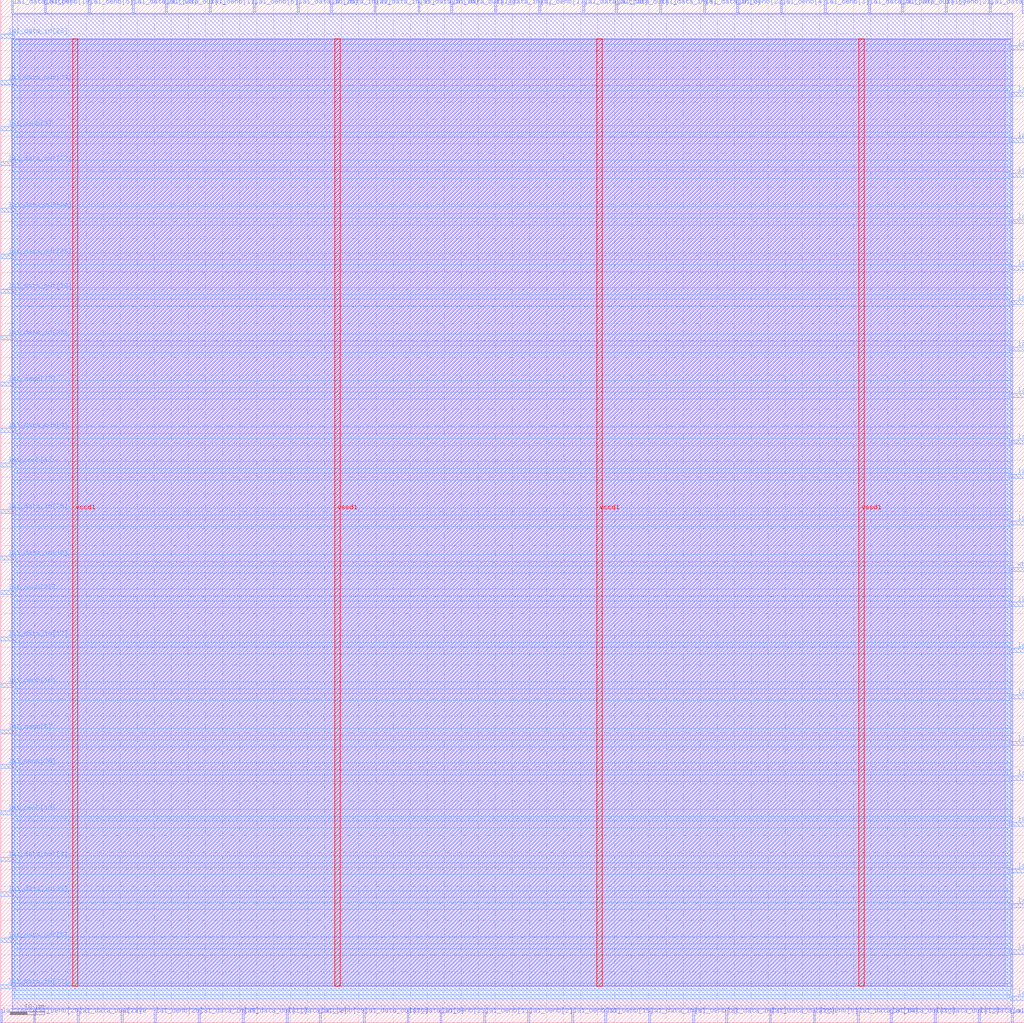
<source format=lef>
VERSION 5.7 ;
  NOWIREEXTENSIONATPIN ON ;
  DIVIDERCHAR "/" ;
  BUSBITCHARS "[]" ;
MACRO wrapped_scan_test
  CLASS BLOCK ;
  FOREIGN wrapped_scan_test ;
  ORIGIN 0.000 0.000 ;
  SIZE 300.000 BY 300.000 ;
  PIN active
    DIRECTION INPUT ;
    USE SIGNAL ;
    PORT
      LAYER met2 ;
        RECT 35.370 0.000 35.930 4.000 ;
    END
  END active
  PIN la1_data_in[0]
    DIRECTION INPUT ;
    USE SIGNAL ;
    PORT
      LAYER met2 ;
        RECT 206.030 296.000 206.590 300.000 ;
    END
  END la1_data_in[0]
  PIN la1_data_in[10]
    DIRECTION INPUT ;
    USE SIGNAL ;
    PORT
      LAYER met3 ;
        RECT 0.000 135.740 4.000 136.940 ;
    END
  END la1_data_in[10]
  PIN la1_data_in[11]
    DIRECTION INPUT ;
    USE SIGNAL ;
    PORT
      LAYER met2 ;
        RECT 289.750 296.000 290.310 300.000 ;
    END
  END la1_data_in[11]
  PIN la1_data_in[12]
    DIRECTION INPUT ;
    USE SIGNAL ;
    PORT
      LAYER met3 ;
        RECT 296.000 247.940 300.000 249.140 ;
    END
  END la1_data_in[12]
  PIN la1_data_in[13]
    DIRECTION INPUT ;
    USE SIGNAL ;
    PORT
      LAYER met3 ;
        RECT 296.000 183.340 300.000 184.540 ;
    END
  END la1_data_in[13]
  PIN la1_data_in[14]
    DIRECTION INPUT ;
    USE SIGNAL ;
    PORT
      LAYER met2 ;
        RECT 251.110 0.000 251.670 4.000 ;
    END
  END la1_data_in[14]
  PIN la1_data_in[15]
    DIRECTION INPUT ;
    USE SIGNAL ;
    PORT
      LAYER met2 ;
        RECT 109.430 296.000 109.990 300.000 ;
    END
  END la1_data_in[15]
  PIN la1_data_in[16]
    DIRECTION INPUT ;
    USE SIGNAL ;
    PORT
      LAYER met2 ;
        RECT 122.310 296.000 122.870 300.000 ;
    END
  END la1_data_in[16]
  PIN la1_data_in[17]
    DIRECTION INPUT ;
    USE SIGNAL ;
    PORT
      LAYER met3 ;
        RECT 0.000 111.940 4.000 113.140 ;
    END
  END la1_data_in[17]
  PIN la1_data_in[18]
    DIRECTION INPUT ;
    USE SIGNAL ;
    PORT
      LAYER met3 ;
        RECT 296.000 285.340 300.000 286.540 ;
    END
  END la1_data_in[18]
  PIN la1_data_in[19]
    DIRECTION INPUT ;
    USE SIGNAL ;
    PORT
      LAYER met3 ;
        RECT 296.000 71.140 300.000 72.340 ;
    END
  END la1_data_in[19]
  PIN la1_data_in[1]
    DIRECTION INPUT ;
    USE SIGNAL ;
    PORT
      LAYER met3 ;
        RECT 296.000 234.340 300.000 235.540 ;
    END
  END la1_data_in[1]
  PIN la1_data_in[20]
    DIRECTION INPUT ;
    USE SIGNAL ;
    PORT
      LAYER met2 ;
        RECT 96.550 296.000 97.110 300.000 ;
    END
  END la1_data_in[20]
  PIN la1_data_in[21]
    DIRECTION INPUT ;
    USE SIGNAL ;
    PORT
      LAYER met2 ;
        RECT 212.470 0.000 213.030 4.000 ;
    END
  END la1_data_in[21]
  PIN la1_data_in[22]
    DIRECTION INPUT ;
    USE SIGNAL ;
    PORT
      LAYER met3 ;
        RECT 0.000 9.940 4.000 11.140 ;
    END
  END la1_data_in[22]
  PIN la1_data_in[23]
    DIRECTION INPUT ;
    USE SIGNAL ;
    PORT
      LAYER met3 ;
        RECT 0.000 288.740 4.000 289.940 ;
    END
  END la1_data_in[23]
  PIN la1_data_in[24]
    DIRECTION INPUT ;
    USE SIGNAL ;
    PORT
      LAYER met3 ;
        RECT 296.000 271.740 300.000 272.940 ;
    END
  END la1_data_in[24]
  PIN la1_data_in[25]
    DIRECTION INPUT ;
    USE SIGNAL ;
    PORT
      LAYER met2 ;
        RECT 86.890 296.000 87.450 300.000 ;
    END
  END la1_data_in[25]
  PIN la1_data_in[26]
    DIRECTION INPUT ;
    USE SIGNAL ;
    PORT
      LAYER met3 ;
        RECT 0.000 149.340 4.000 150.540 ;
    END
  END la1_data_in[26]
  PIN la1_data_in[27]
    DIRECTION INPUT ;
    USE SIGNAL ;
    PORT
      LAYER met3 ;
        RECT 0.000 200.340 4.000 201.540 ;
    END
  END la1_data_in[27]
  PIN la1_data_in[28]
    DIRECTION INPUT ;
    USE SIGNAL ;
    PORT
      LAYER met3 ;
        RECT 296.000 108.540 300.000 109.740 ;
    END
  END la1_data_in[28]
  PIN la1_data_in[29]
    DIRECTION INPUT ;
    USE SIGNAL ;
    PORT
      LAYER met2 ;
        RECT 57.910 0.000 58.470 4.000 ;
    END
  END la1_data_in[29]
  PIN la1_data_in[2]
    DIRECTION INPUT ;
    USE SIGNAL ;
    PORT
      LAYER met3 ;
        RECT 296.000 159.540 300.000 160.740 ;
    END
  END la1_data_in[2]
  PIN la1_data_in[30]
    DIRECTION INPUT ;
    USE SIGNAL ;
    PORT
      LAYER met3 ;
        RECT 296.000 81.340 300.000 82.540 ;
    END
  END la1_data_in[30]
  PIN la1_data_in[31]
    DIRECTION INPUT ;
    USE SIGNAL ;
    PORT
      LAYER met3 ;
        RECT 0.000 37.140 4.000 38.340 ;
    END
  END la1_data_in[31]
  PIN la1_data_in[3]
    DIRECTION INPUT ;
    USE SIGNAL ;
    PORT
      LAYER met2 ;
        RECT 119.090 0.000 119.650 4.000 ;
    END
  END la1_data_in[3]
  PIN la1_data_in[4]
    DIRECTION INPUT ;
    USE SIGNAL ;
    PORT
      LAYER met3 ;
        RECT 296.000 220.740 300.000 221.940 ;
    END
  END la1_data_in[4]
  PIN la1_data_in[5]
    DIRECTION INPUT ;
    USE SIGNAL ;
    PORT
      LAYER met2 ;
        RECT 189.930 0.000 190.490 4.000 ;
    END
  END la1_data_in[5]
  PIN la1_data_in[6]
    DIRECTION INPUT ;
    USE SIGNAL ;
    PORT
      LAYER met3 ;
        RECT 296.000 33.740 300.000 34.940 ;
    END
  END la1_data_in[6]
  PIN la1_data_in[7]
    DIRECTION INPUT ;
    USE SIGNAL ;
    PORT
      LAYER met3 ;
        RECT 296.000 258.140 300.000 259.340 ;
    END
  END la1_data_in[7]
  PIN la1_data_in[8]
    DIRECTION INPUT ;
    USE SIGNAL ;
    PORT
      LAYER met2 ;
        RECT 193.150 296.000 193.710 300.000 ;
    END
  END la1_data_in[8]
  PIN la1_data_in[9]
    DIRECTION INPUT ;
    USE SIGNAL ;
    PORT
      LAYER met2 ;
        RECT 144.850 296.000 145.410 300.000 ;
    END
  END la1_data_in[9]
  PIN la1_data_out[0]
    DIRECTION INOUT ;
    USE SIGNAL ;
    PORT
      LAYER met2 ;
        RECT 3.170 296.000 3.730 300.000 ;
    END
  END la1_data_out[0]
  PIN la1_data_out[10]
    DIRECTION INOUT ;
    USE SIGNAL ;
    PORT
      LAYER met2 ;
        RECT 254.330 296.000 254.890 300.000 ;
    END
  END la1_data_out[10]
  PIN la1_data_out[11]
    DIRECTION INOUT ;
    USE SIGNAL ;
    PORT
      LAYER met2 ;
        RECT 70.790 0.000 71.350 4.000 ;
    END
  END la1_data_out[11]
  PIN la1_data_out[12]
    DIRECTION INOUT ;
    USE SIGNAL ;
    PORT
      LAYER met2 ;
        RECT 296.190 0.000 296.750 4.000 ;
    END
  END la1_data_out[12]
  PIN la1_data_out[13]
    DIRECTION INOUT ;
    USE SIGNAL ;
    PORT
      LAYER met2 ;
        RECT 273.650 0.000 274.210 4.000 ;
    END
  END la1_data_out[13]
  PIN la1_data_out[14]
    DIRECTION INOUT ;
    USE SIGNAL ;
    PORT
      LAYER met2 ;
        RECT 131.970 296.000 132.530 300.000 ;
    END
  END la1_data_out[14]
  PIN la1_data_out[15]
    DIRECTION INOUT ;
    USE SIGNAL ;
    PORT
      LAYER met2 ;
        RECT 170.610 296.000 171.170 300.000 ;
    END
  END la1_data_out[15]
  PIN la1_data_out[16]
    DIRECTION INOUT ;
    USE SIGNAL ;
    PORT
      LAYER met2 ;
        RECT 263.990 296.000 264.550 300.000 ;
    END
  END la1_data_out[16]
  PIN la1_data_out[17]
    DIRECTION INOUT ;
    USE SIGNAL ;
    PORT
      LAYER met2 ;
        RECT 286.530 0.000 287.090 4.000 ;
    END
  END la1_data_out[17]
  PIN la1_data_out[18]
    DIRECTION INOUT ;
    USE SIGNAL ;
    PORT
      LAYER met3 ;
        RECT 296.000 210.540 300.000 211.740 ;
    END
  END la1_data_out[18]
  PIN la1_data_out[19]
    DIRECTION INOUT ;
    USE SIGNAL ;
    PORT
      LAYER met3 ;
        RECT 0.000 213.940 4.000 215.140 ;
    END
  END la1_data_out[19]
  PIN la1_data_out[1]
    DIRECTION INOUT ;
    USE SIGNAL ;
    PORT
      LAYER met2 ;
        RECT 180.270 296.000 180.830 300.000 ;
    END
  END la1_data_out[1]
  PIN la1_data_out[20]
    DIRECTION INOUT ;
    USE SIGNAL ;
    PORT
      LAYER met2 ;
        RECT 106.210 0.000 106.770 4.000 ;
    END
  END la1_data_out[20]
  PIN la1_data_out[21]
    DIRECTION INOUT ;
    USE SIGNAL ;
    PORT
      LAYER met3 ;
        RECT 296.000 43.940 300.000 45.140 ;
    END
  END la1_data_out[21]
  PIN la1_data_out[22]
    DIRECTION INOUT ;
    USE SIGNAL ;
    PORT
      LAYER met3 ;
        RECT 296.000 145.940 300.000 147.140 ;
    END
  END la1_data_out[22]
  PIN la1_data_out[23]
    DIRECTION INOUT ;
    USE SIGNAL ;
    PORT
      LAYER met3 ;
        RECT 0.000 275.140 4.000 276.340 ;
    END
  END la1_data_out[23]
  PIN la1_data_out[24]
    DIRECTION INOUT ;
    USE SIGNAL ;
    PORT
      LAYER met3 ;
        RECT 0.000 237.740 4.000 238.940 ;
    END
  END la1_data_out[24]
  PIN la1_data_out[25]
    DIRECTION INOUT ;
    USE SIGNAL ;
    PORT
      LAYER met3 ;
        RECT 0.000 224.140 4.000 225.340 ;
    END
  END la1_data_out[25]
  PIN la1_data_out[26]
    DIRECTION INOUT ;
    USE SIGNAL ;
    PORT
      LAYER met2 ;
        RECT 225.350 0.000 225.910 4.000 ;
    END
  END la1_data_out[26]
  PIN la1_data_out[27]
    DIRECTION INOUT ;
    USE SIGNAL ;
    PORT
      LAYER met3 ;
        RECT 0.000 251.340 4.000 252.540 ;
    END
  END la1_data_out[27]
  PIN la1_data_out[28]
    DIRECTION INOUT ;
    USE SIGNAL ;
    PORT
      LAYER met2 ;
        RECT 38.590 296.000 39.150 300.000 ;
    END
  END la1_data_out[28]
  PIN la1_data_out[29]
    DIRECTION INOUT ;
    USE SIGNAL ;
    PORT
      LAYER met2 ;
        RECT 22.490 0.000 23.050 4.000 ;
    END
  END la1_data_out[29]
  PIN la1_data_out[2]
    DIRECTION INOUT ;
    USE SIGNAL ;
    PORT
      LAYER met2 ;
        RECT 83.670 0.000 84.230 4.000 ;
    END
  END la1_data_out[2]
  PIN la1_data_out[30]
    DIRECTION INOUT ;
    USE SIGNAL ;
    PORT
      LAYER met2 ;
        RECT 260.770 0.000 261.330 4.000 ;
    END
  END la1_data_out[30]
  PIN la1_data_out[31]
    DIRECTION INOUT ;
    USE SIGNAL ;
    PORT
      LAYER met3 ;
        RECT 296.000 122.140 300.000 123.340 ;
    END
  END la1_data_out[31]
  PIN la1_data_out[3]
    DIRECTION INOUT ;
    USE SIGNAL ;
    PORT
      LAYER met3 ;
        RECT 296.000 57.540 300.000 58.740 ;
    END
  END la1_data_out[3]
  PIN la1_data_out[4]
    DIRECTION INOUT ;
    USE SIGNAL ;
    PORT
      LAYER met3 ;
        RECT 0.000 47.340 4.000 48.540 ;
    END
  END la1_data_out[4]
  PIN la1_data_out[5]
    DIRECTION INOUT ;
    USE SIGNAL ;
    PORT
      LAYER met3 ;
        RECT 0.000 23.540 4.000 24.740 ;
    END
  END la1_data_out[5]
  PIN la1_data_out[6]
    DIRECTION INOUT ;
    USE SIGNAL ;
    PORT
      LAYER met3 ;
        RECT 296.000 6.540 300.000 7.740 ;
    END
  END la1_data_out[6]
  PIN la1_data_out[7]
    DIRECTION INOUT ;
    USE SIGNAL ;
    PORT
      LAYER met2 ;
        RECT 48.250 296.000 48.810 300.000 ;
    END
  END la1_data_out[7]
  PIN la1_data_out[8]
    DIRECTION INOUT ;
    USE SIGNAL ;
    PORT
      LAYER met3 ;
        RECT 296.000 94.940 300.000 96.140 ;
    END
  END la1_data_out[8]
  PIN la1_data_out[9]
    DIRECTION INOUT ;
    USE SIGNAL ;
    PORT
      LAYER met3 ;
        RECT 0.000 173.140 4.000 174.340 ;
    END
  END la1_data_out[9]
  PIN la1_oenb[0]
    DIRECTION INPUT ;
    USE SIGNAL ;
    PORT
      LAYER met2 ;
        RECT 238.230 0.000 238.790 4.000 ;
    END
  END la1_oenb[0]
  PIN la1_oenb[10]
    DIRECTION INPUT ;
    USE SIGNAL ;
    PORT
      LAYER met3 ;
        RECT 296.000 196.940 300.000 198.140 ;
    END
  END la1_oenb[10]
  PIN la1_oenb[11]
    DIRECTION INPUT ;
    USE SIGNAL ;
    PORT
      LAYER met2 ;
        RECT 61.130 296.000 61.690 300.000 ;
    END
  END la1_oenb[11]
  PIN la1_oenb[12]
    DIRECTION INPUT ;
    USE SIGNAL ;
    PORT
      LAYER met3 ;
        RECT 0.000 186.740 4.000 187.940 ;
    END
  END la1_oenb[12]
  PIN la1_oenb[13]
    DIRECTION INPUT ;
    USE SIGNAL ;
    PORT
      LAYER met2 ;
        RECT 141.630 0.000 142.190 4.000 ;
    END
  END la1_oenb[13]
  PIN la1_oenb[14]
    DIRECTION INPUT ;
    USE SIGNAL ;
    PORT
      LAYER met2 ;
        RECT -0.050 0.000 0.510 4.000 ;
    END
  END la1_oenb[14]
  PIN la1_oenb[15]
    DIRECTION INPUT ;
    USE SIGNAL ;
    PORT
      LAYER met2 ;
        RECT 177.050 0.000 177.610 4.000 ;
    END
  END la1_oenb[15]
  PIN la1_oenb[16]
    DIRECTION INPUT ;
    USE SIGNAL ;
    PORT
      LAYER met3 ;
        RECT 0.000 60.940 4.000 62.140 ;
    END
  END la1_oenb[16]
  PIN la1_oenb[17]
    DIRECTION INPUT ;
    USE SIGNAL ;
    PORT
      LAYER met2 ;
        RECT 157.730 296.000 158.290 300.000 ;
    END
  END la1_oenb[17]
  PIN la1_oenb[18]
    DIRECTION INPUT ;
    USE SIGNAL ;
    PORT
      LAYER met3 ;
        RECT 0.000 98.340 4.000 99.540 ;
    END
  END la1_oenb[18]
  PIN la1_oenb[19]
    DIRECTION INPUT ;
    USE SIGNAL ;
    PORT
      LAYER met2 ;
        RECT 12.830 296.000 13.390 300.000 ;
    END
  END la1_oenb[19]
  PIN la1_oenb[1]
    DIRECTION INPUT ;
    USE SIGNAL ;
    PORT
      LAYER met3 ;
        RECT 0.000 162.940 4.000 164.140 ;
    END
  END la1_oenb[1]
  PIN la1_oenb[20]
    DIRECTION INPUT ;
    USE SIGNAL ;
    PORT
      LAYER met2 ;
        RECT 9.610 0.000 10.170 4.000 ;
    END
  END la1_oenb[20]
  PIN la1_oenb[21]
    DIRECTION INPUT ;
    USE SIGNAL ;
    PORT
      LAYER met2 ;
        RECT 276.870 296.000 277.430 300.000 ;
    END
  END la1_oenb[21]
  PIN la1_oenb[22]
    DIRECTION INPUT ;
    USE SIGNAL ;
    PORT
      LAYER met2 ;
        RECT 215.690 296.000 216.250 300.000 ;
    END
  END la1_oenb[22]
  PIN la1_oenb[23]
    DIRECTION INPUT ;
    USE SIGNAL ;
    PORT
      LAYER met2 ;
        RECT 128.750 0.000 129.310 4.000 ;
    END
  END la1_oenb[23]
  PIN la1_oenb[24]
    DIRECTION INPUT ;
    USE SIGNAL ;
    PORT
      LAYER met2 ;
        RECT 299.410 296.000 299.970 300.000 ;
    END
  END la1_oenb[24]
  PIN la1_oenb[25]
    DIRECTION INPUT ;
    USE SIGNAL ;
    PORT
      LAYER met3 ;
        RECT 296.000 20.140 300.000 21.340 ;
    END
  END la1_oenb[25]
  PIN la1_oenb[26]
    DIRECTION INPUT ;
    USE SIGNAL ;
    PORT
      LAYER met3 ;
        RECT 0.000 74.540 4.000 75.740 ;
    END
  END la1_oenb[26]
  PIN la1_oenb[27]
    DIRECTION INPUT ;
    USE SIGNAL ;
    PORT
      LAYER met3 ;
        RECT 0.000 125.540 4.000 126.740 ;
    END
  END la1_oenb[27]
  PIN la1_oenb[28]
    DIRECTION INPUT ;
    USE SIGNAL ;
    PORT
      LAYER met2 ;
        RECT 45.030 0.000 45.590 4.000 ;
    END
  END la1_oenb[28]
  PIN la1_oenb[29]
    DIRECTION INPUT ;
    USE SIGNAL ;
    PORT
      LAYER met2 ;
        RECT 93.330 0.000 93.890 4.000 ;
    END
  END la1_oenb[29]
  PIN la1_oenb[2]
    DIRECTION INPUT ;
    USE SIGNAL ;
    PORT
      LAYER met2 ;
        RECT 154.510 0.000 155.070 4.000 ;
    END
  END la1_oenb[2]
  PIN la1_oenb[30]
    DIRECTION INPUT ;
    USE SIGNAL ;
    PORT
      LAYER met3 ;
        RECT 296.000 169.740 300.000 170.940 ;
    END
  END la1_oenb[30]
  PIN la1_oenb[31]
    DIRECTION INPUT ;
    USE SIGNAL ;
    PORT
      LAYER met2 ;
        RECT 167.390 0.000 167.950 4.000 ;
    END
  END la1_oenb[31]
  PIN la1_oenb[3]
    DIRECTION INPUT ;
    USE SIGNAL ;
    PORT
      LAYER met2 ;
        RECT 241.450 296.000 242.010 300.000 ;
    END
  END la1_oenb[3]
  PIN la1_oenb[4]
    DIRECTION INPUT ;
    USE SIGNAL ;
    PORT
      LAYER met2 ;
        RECT 228.570 296.000 229.130 300.000 ;
    END
  END la1_oenb[4]
  PIN la1_oenb[5]
    DIRECTION INPUT ;
    USE SIGNAL ;
    PORT
      LAYER met2 ;
        RECT 25.710 296.000 26.270 300.000 ;
    END
  END la1_oenb[5]
  PIN la1_oenb[6]
    DIRECTION INPUT ;
    USE SIGNAL ;
    PORT
      LAYER met2 ;
        RECT 74.010 296.000 74.570 300.000 ;
    END
  END la1_oenb[6]
  PIN la1_oenb[7]
    DIRECTION INPUT ;
    USE SIGNAL ;
    PORT
      LAYER met2 ;
        RECT 202.810 0.000 203.370 4.000 ;
    END
  END la1_oenb[7]
  PIN la1_oenb[8]
    DIRECTION INPUT ;
    USE SIGNAL ;
    PORT
      LAYER met3 ;
        RECT 0.000 84.740 4.000 85.940 ;
    END
  END la1_oenb[8]
  PIN la1_oenb[9]
    DIRECTION INPUT ;
    USE SIGNAL ;
    PORT
      LAYER met3 ;
        RECT 0.000 261.540 4.000 262.740 ;
    END
  END la1_oenb[9]
  PIN vccd1
    DIRECTION INPUT ;
    USE POWER ;
    PORT
      LAYER met4 ;
        RECT 21.040 10.640 22.640 288.560 ;
    END
    PORT
      LAYER met4 ;
        RECT 174.640 10.640 176.240 288.560 ;
    END
  END vccd1
  PIN vssd1
    DIRECTION INPUT ;
    USE GROUND ;
    PORT
      LAYER met4 ;
        RECT 97.840 10.640 99.440 288.560 ;
    END
    PORT
      LAYER met4 ;
        RECT 251.440 10.640 253.040 288.560 ;
    END
  END vssd1
  PIN wb_clk_i
    DIRECTION INPUT ;
    USE SIGNAL ;
    PORT
      LAYER met3 ;
        RECT 296.000 132.340 300.000 133.540 ;
    END
  END wb_clk_i
  OBS
      LAYER li1 ;
        RECT 5.520 10.795 294.400 288.405 ;
      LAYER met1 ;
        RECT 3.290 10.640 296.630 288.560 ;
      LAYER met2 ;
        RECT 4.010 295.720 12.550 296.000 ;
        RECT 13.670 295.720 25.430 296.000 ;
        RECT 26.550 295.720 38.310 296.000 ;
        RECT 39.430 295.720 47.970 296.000 ;
        RECT 49.090 295.720 60.850 296.000 ;
        RECT 61.970 295.720 73.730 296.000 ;
        RECT 74.850 295.720 86.610 296.000 ;
        RECT 87.730 295.720 96.270 296.000 ;
        RECT 97.390 295.720 109.150 296.000 ;
        RECT 110.270 295.720 122.030 296.000 ;
        RECT 123.150 295.720 131.690 296.000 ;
        RECT 132.810 295.720 144.570 296.000 ;
        RECT 145.690 295.720 157.450 296.000 ;
        RECT 158.570 295.720 170.330 296.000 ;
        RECT 171.450 295.720 179.990 296.000 ;
        RECT 181.110 295.720 192.870 296.000 ;
        RECT 193.990 295.720 205.750 296.000 ;
        RECT 206.870 295.720 215.410 296.000 ;
        RECT 216.530 295.720 228.290 296.000 ;
        RECT 229.410 295.720 241.170 296.000 ;
        RECT 242.290 295.720 254.050 296.000 ;
        RECT 255.170 295.720 263.710 296.000 ;
        RECT 264.830 295.720 276.590 296.000 ;
        RECT 277.710 295.720 289.470 296.000 ;
        RECT 290.590 295.720 296.600 296.000 ;
        RECT 3.320 4.280 296.600 295.720 ;
        RECT 3.320 4.000 9.330 4.280 ;
        RECT 10.450 4.000 22.210 4.280 ;
        RECT 23.330 4.000 35.090 4.280 ;
        RECT 36.210 4.000 44.750 4.280 ;
        RECT 45.870 4.000 57.630 4.280 ;
        RECT 58.750 4.000 70.510 4.280 ;
        RECT 71.630 4.000 83.390 4.280 ;
        RECT 84.510 4.000 93.050 4.280 ;
        RECT 94.170 4.000 105.930 4.280 ;
        RECT 107.050 4.000 118.810 4.280 ;
        RECT 119.930 4.000 128.470 4.280 ;
        RECT 129.590 4.000 141.350 4.280 ;
        RECT 142.470 4.000 154.230 4.280 ;
        RECT 155.350 4.000 167.110 4.280 ;
        RECT 168.230 4.000 176.770 4.280 ;
        RECT 177.890 4.000 189.650 4.280 ;
        RECT 190.770 4.000 202.530 4.280 ;
        RECT 203.650 4.000 212.190 4.280 ;
        RECT 213.310 4.000 225.070 4.280 ;
        RECT 226.190 4.000 237.950 4.280 ;
        RECT 239.070 4.000 250.830 4.280 ;
        RECT 251.950 4.000 260.490 4.280 ;
        RECT 261.610 4.000 273.370 4.280 ;
        RECT 274.490 4.000 286.250 4.280 ;
        RECT 287.370 4.000 295.910 4.280 ;
      LAYER met3 ;
        RECT 4.400 288.340 296.000 288.485 ;
        RECT 4.000 286.940 296.000 288.340 ;
        RECT 4.000 284.940 295.600 286.940 ;
        RECT 4.000 276.740 296.000 284.940 ;
        RECT 4.400 274.740 296.000 276.740 ;
        RECT 4.000 273.340 296.000 274.740 ;
        RECT 4.000 271.340 295.600 273.340 ;
        RECT 4.000 263.140 296.000 271.340 ;
        RECT 4.400 261.140 296.000 263.140 ;
        RECT 4.000 259.740 296.000 261.140 ;
        RECT 4.000 257.740 295.600 259.740 ;
        RECT 4.000 252.940 296.000 257.740 ;
        RECT 4.400 250.940 296.000 252.940 ;
        RECT 4.000 249.540 296.000 250.940 ;
        RECT 4.000 247.540 295.600 249.540 ;
        RECT 4.000 239.340 296.000 247.540 ;
        RECT 4.400 237.340 296.000 239.340 ;
        RECT 4.000 235.940 296.000 237.340 ;
        RECT 4.000 233.940 295.600 235.940 ;
        RECT 4.000 225.740 296.000 233.940 ;
        RECT 4.400 223.740 296.000 225.740 ;
        RECT 4.000 222.340 296.000 223.740 ;
        RECT 4.000 220.340 295.600 222.340 ;
        RECT 4.000 215.540 296.000 220.340 ;
        RECT 4.400 213.540 296.000 215.540 ;
        RECT 4.000 212.140 296.000 213.540 ;
        RECT 4.000 210.140 295.600 212.140 ;
        RECT 4.000 201.940 296.000 210.140 ;
        RECT 4.400 199.940 296.000 201.940 ;
        RECT 4.000 198.540 296.000 199.940 ;
        RECT 4.000 196.540 295.600 198.540 ;
        RECT 4.000 188.340 296.000 196.540 ;
        RECT 4.400 186.340 296.000 188.340 ;
        RECT 4.000 184.940 296.000 186.340 ;
        RECT 4.000 182.940 295.600 184.940 ;
        RECT 4.000 174.740 296.000 182.940 ;
        RECT 4.400 172.740 296.000 174.740 ;
        RECT 4.000 171.340 296.000 172.740 ;
        RECT 4.000 169.340 295.600 171.340 ;
        RECT 4.000 164.540 296.000 169.340 ;
        RECT 4.400 162.540 296.000 164.540 ;
        RECT 4.000 161.140 296.000 162.540 ;
        RECT 4.000 159.140 295.600 161.140 ;
        RECT 4.000 150.940 296.000 159.140 ;
        RECT 4.400 148.940 296.000 150.940 ;
        RECT 4.000 147.540 296.000 148.940 ;
        RECT 4.000 145.540 295.600 147.540 ;
        RECT 4.000 137.340 296.000 145.540 ;
        RECT 4.400 135.340 296.000 137.340 ;
        RECT 4.000 133.940 296.000 135.340 ;
        RECT 4.000 131.940 295.600 133.940 ;
        RECT 4.000 127.140 296.000 131.940 ;
        RECT 4.400 125.140 296.000 127.140 ;
        RECT 4.000 123.740 296.000 125.140 ;
        RECT 4.000 121.740 295.600 123.740 ;
        RECT 4.000 113.540 296.000 121.740 ;
        RECT 4.400 111.540 296.000 113.540 ;
        RECT 4.000 110.140 296.000 111.540 ;
        RECT 4.000 108.140 295.600 110.140 ;
        RECT 4.000 99.940 296.000 108.140 ;
        RECT 4.400 97.940 296.000 99.940 ;
        RECT 4.000 96.540 296.000 97.940 ;
        RECT 4.000 94.540 295.600 96.540 ;
        RECT 4.000 86.340 296.000 94.540 ;
        RECT 4.400 84.340 296.000 86.340 ;
        RECT 4.000 82.940 296.000 84.340 ;
        RECT 4.000 80.940 295.600 82.940 ;
        RECT 4.000 76.140 296.000 80.940 ;
        RECT 4.400 74.140 296.000 76.140 ;
        RECT 4.000 72.740 296.000 74.140 ;
        RECT 4.000 70.740 295.600 72.740 ;
        RECT 4.000 62.540 296.000 70.740 ;
        RECT 4.400 60.540 296.000 62.540 ;
        RECT 4.000 59.140 296.000 60.540 ;
        RECT 4.000 57.140 295.600 59.140 ;
        RECT 4.000 48.940 296.000 57.140 ;
        RECT 4.400 46.940 296.000 48.940 ;
        RECT 4.000 45.540 296.000 46.940 ;
        RECT 4.000 43.540 295.600 45.540 ;
        RECT 4.000 38.740 296.000 43.540 ;
        RECT 4.400 36.740 296.000 38.740 ;
        RECT 4.000 35.340 296.000 36.740 ;
        RECT 4.000 33.340 295.600 35.340 ;
        RECT 4.000 25.140 296.000 33.340 ;
        RECT 4.400 23.140 296.000 25.140 ;
        RECT 4.000 21.740 296.000 23.140 ;
        RECT 4.000 19.740 295.600 21.740 ;
        RECT 4.000 11.540 296.000 19.740 ;
        RECT 4.400 9.540 296.000 11.540 ;
        RECT 4.000 8.140 296.000 9.540 ;
        RECT 4.000 6.975 295.600 8.140 ;
  END
END wrapped_scan_test
END LIBRARY


</source>
